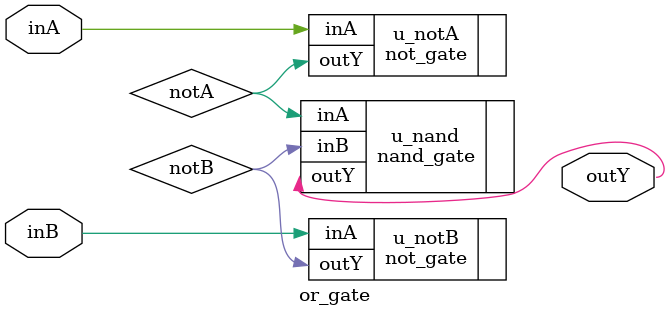
<source format=sv>
module or_gate (
    input  logic inA,
    input  logic inB,
    output logic outY
);
    logic notA, notB;

    // Step 1: NOT the inputs
    not_gate u_notA (.inA(inA), .outY(notA));
    not_gate u_notB (.inA(inB), .outY(notB));

    // Step 2: NAND of the negated inputs gives OR
    nand_gate u_nand (
        .inA(notA),
        .inB(notB),
        .outY(outY)
    );
endmodule

</source>
